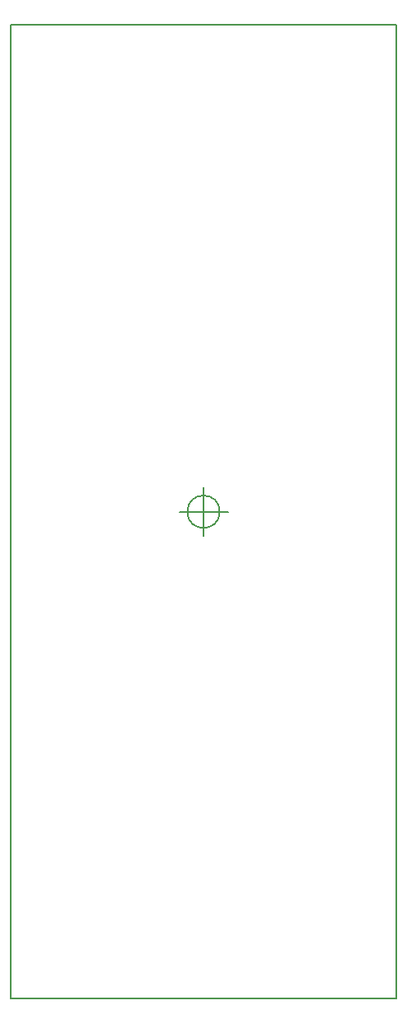
<source format=gbr>
G04 #@! TF.GenerationSoftware,KiCad,Pcbnew,5.0.2-bee76a0~70~ubuntu18.04.1*
G04 #@! TF.CreationDate,2019-01-02T16:22:13+08:00*
G04 #@! TF.ProjectId,Divider,44697669-6465-4722-9e6b-696361645f70,rev?*
G04 #@! TF.SameCoordinates,PX8d9ee20PY6422c40*
G04 #@! TF.FileFunction,Profile,NP*
%FSLAX46Y46*%
G04 Gerber Fmt 4.6, Leading zero omitted, Abs format (unit mm)*
G04 Created by KiCad (PCBNEW 5.0.2-bee76a0~70~ubuntu18.04.1) date Wed Jan  2 16:22:13 2019*
%MOMM*%
%LPD*%
G01*
G04 APERTURE LIST*
%ADD10C,0.150000*%
%ADD11C,0.200000*%
G04 APERTURE END LIST*
D10*
X1666666Y0D02*
G75*
G03X1666666Y0I-1666666J0D01*
G01*
X-2500000Y0D02*
X2500000Y0D01*
X0Y2500000D02*
X0Y-2500000D01*
X1666666Y0D02*
G75*
G03X1666666Y0I-1666666J0D01*
G01*
X-2500000Y0D02*
X2500000Y0D01*
X0Y2500000D02*
X0Y-2500000D01*
D11*
X-19818900Y-50003600D02*
X19821100Y-50003600D01*
X19821100Y49996400D02*
X-19818900Y49996400D01*
X-19818900Y49996400D02*
X-19818900Y-50003600D01*
X19821100Y-50003600D02*
X19821100Y49996400D01*
M02*

</source>
